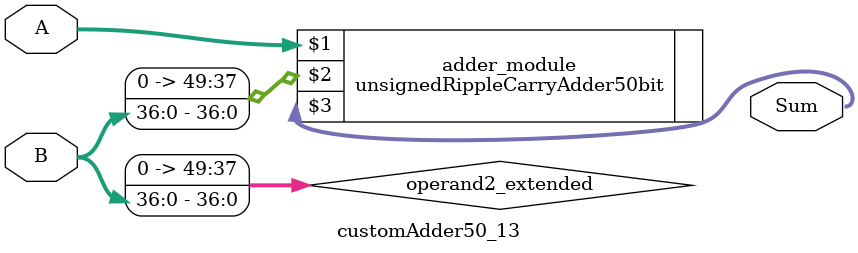
<source format=v>
module customAdder50_13(
                        input [49 : 0] A,
                        input [36 : 0] B,
                        
                        output [50 : 0] Sum
                );

        wire [49 : 0] operand2_extended;
        
        assign operand2_extended =  {13'b0, B};
        
        unsignedRippleCarryAdder50bit adder_module(
            A,
            operand2_extended,
            Sum
        );
        
        endmodule
        
</source>
